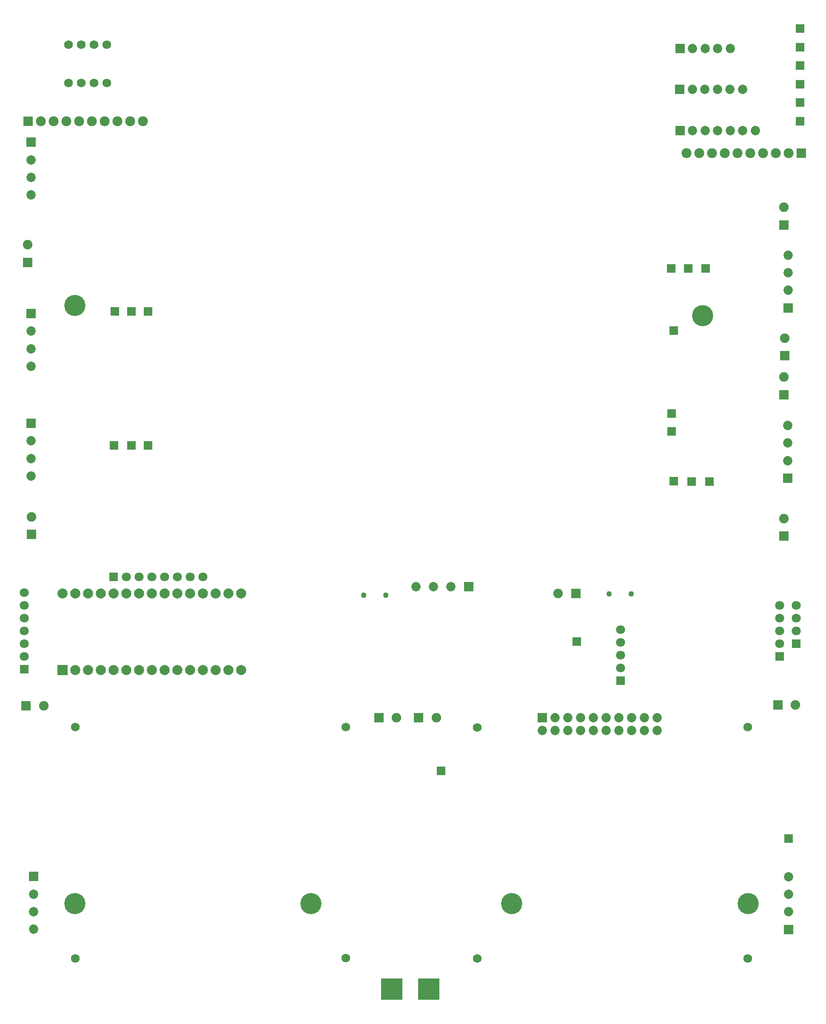
<source format=gbr>
%TF.GenerationSoftware,Altium Limited,Altium NEXUS,2.1.5 (53)*%
G04 Layer_Color=16711935*
%FSLAX44Y44*%
%MOMM*%
%TF.FileFunction,Soldermask,Bot*%
%TF.Part,Single*%
G01*
G75*
%TA.AperFunction,WasherPad*%
%ADD125C,4.2032*%
%TA.AperFunction,ComponentPad*%
%ADD126C,1.7272*%
%ADD127R,2.0032X2.0032*%
%ADD128C,2.0032*%
%ADD129R,1.8532X1.8532*%
%ADD130C,1.8532*%
%ADD131R,1.8032X1.8032*%
%ADD132R,1.8532X1.8532*%
%ADD133R,1.8032X1.8032*%
%ADD134R,1.9032X1.9032*%
%ADD135C,1.9032*%
%ADD136R,1.9032X1.9032*%
%ADD137C,1.1032*%
%ADD138C,1.8032*%
%ADD139R,1.9812X1.9812*%
%ADD140C,1.9812*%
%ADD141R,4.2032X4.2032*%
D125*
X1380000Y1400000D02*
D03*
X130000Y1420000D02*
D03*
X1000000Y230000D02*
D03*
X600000D02*
D03*
X130000D02*
D03*
X1470000D02*
D03*
D126*
X669290Y581406D02*
D03*
Y121666D02*
D03*
X130810Y581406D02*
D03*
Y120396D02*
D03*
X117602Y1863090D02*
D03*
X143002D02*
D03*
X168402D02*
D03*
X193802D02*
D03*
X117602Y1939290D02*
D03*
X143002D02*
D03*
X168402D02*
D03*
X193802D02*
D03*
X1469240Y581140D02*
D03*
Y120130D02*
D03*
X930760Y579870D02*
D03*
Y120130D02*
D03*
D127*
X105410Y694690D02*
D03*
D128*
X130810D02*
D03*
X156210D02*
D03*
X181610D02*
D03*
X207010D02*
D03*
X232410D02*
D03*
X257810D02*
D03*
X283210D02*
D03*
X308610D02*
D03*
X334010D02*
D03*
X359410D02*
D03*
X384810D02*
D03*
X410210D02*
D03*
X435610D02*
D03*
X461010D02*
D03*
Y847090D02*
D03*
X435610D02*
D03*
X410210D02*
D03*
X384810D02*
D03*
X359410D02*
D03*
X334010D02*
D03*
X308610D02*
D03*
X283210D02*
D03*
X257810D02*
D03*
X232410D02*
D03*
X207010D02*
D03*
X181610D02*
D03*
X156210D02*
D03*
X130810D02*
D03*
X105410D02*
D03*
D129*
X913814Y860552D02*
D03*
X1334700Y1931670D02*
D03*
X1334300Y1850390D02*
D03*
X1334700Y1767840D02*
D03*
D130*
X878814Y860552D02*
D03*
X843814D02*
D03*
X808814D02*
D03*
X1060450Y574040D02*
D03*
X1085850Y599440D02*
D03*
Y574040D02*
D03*
X1111250Y599440D02*
D03*
Y574040D02*
D03*
X1136650Y599440D02*
D03*
Y574040D02*
D03*
X1162050Y599440D02*
D03*
Y574040D02*
D03*
X1187450Y599440D02*
D03*
Y574040D02*
D03*
X1212850Y599440D02*
D03*
Y574040D02*
D03*
X1238250Y599440D02*
D03*
Y574040D02*
D03*
X1263650Y599440D02*
D03*
Y574040D02*
D03*
X1289050Y599440D02*
D03*
Y574040D02*
D03*
X1550670Y283360D02*
D03*
Y248360D02*
D03*
Y213360D02*
D03*
X48260Y178640D02*
D03*
Y213640D02*
D03*
Y248640D02*
D03*
X43180Y1299060D02*
D03*
Y1334060D02*
D03*
Y1369060D02*
D03*
X1550000Y1520340D02*
D03*
Y1485340D02*
D03*
Y1450340D02*
D03*
X1549400Y1181530D02*
D03*
Y1146530D02*
D03*
Y1111530D02*
D03*
X43180Y1640130D02*
D03*
Y1675130D02*
D03*
Y1710130D02*
D03*
Y1080620D02*
D03*
Y1115620D02*
D03*
Y1150620D02*
D03*
X1434700Y1931670D02*
D03*
X1409700D02*
D03*
X1384700D02*
D03*
X1359700D02*
D03*
X1359300Y1850390D02*
D03*
X1384300D02*
D03*
X1409300D02*
D03*
X1434300D02*
D03*
X1459300D02*
D03*
X1359700Y1767840D02*
D03*
X1384700D02*
D03*
X1409700D02*
D03*
X1434700D02*
D03*
X1459700D02*
D03*
X1484700D02*
D03*
D131*
X1129030Y751332D02*
D03*
X1393190Y1069340D02*
D03*
X1357630D02*
D03*
X1322070Y1070610D02*
D03*
X1385570Y1493520D02*
D03*
X1351280D02*
D03*
X1316990D02*
D03*
X1573530Y1860550D02*
D03*
Y1786890D02*
D03*
Y1823720D02*
D03*
Y1897380D02*
D03*
Y1934210D02*
D03*
Y1971040D02*
D03*
X209550Y1408430D02*
D03*
X242570D02*
D03*
X275590D02*
D03*
X208280Y1141730D02*
D03*
X242570D02*
D03*
X858774Y493776D02*
D03*
X275590Y1141730D02*
D03*
X1550670Y359664D02*
D03*
X207010Y880110D02*
D03*
D132*
X1060450Y599440D02*
D03*
X1550670Y178360D02*
D03*
X48260Y283640D02*
D03*
X43180Y1404060D02*
D03*
X1550000Y1415340D02*
D03*
X1549400Y1076530D02*
D03*
X43180Y1745130D02*
D03*
Y1185620D02*
D03*
D133*
X1318260Y1205230D02*
D03*
Y1169670D02*
D03*
X1322070Y1370330D02*
D03*
X29210Y695960D02*
D03*
X1216660Y673100D02*
D03*
X1532890Y721360D02*
D03*
X1566418Y746760D02*
D03*
D134*
X1127200Y847090D02*
D03*
X1529640Y624840D02*
D03*
X814578Y599694D02*
D03*
X33020Y623824D02*
D03*
X735382Y599694D02*
D03*
D135*
X1092200Y847090D02*
D03*
X1543050Y1355090D02*
D03*
X1541780Y996390D02*
D03*
X1564640Y624840D02*
D03*
X849578Y599694D02*
D03*
X68020Y623824D02*
D03*
X770382Y599694D02*
D03*
X1541780Y1277620D02*
D03*
X35814Y1541018D02*
D03*
X1541272Y1615440D02*
D03*
X43434Y999236D02*
D03*
D136*
X1543050Y1320090D02*
D03*
X1541780Y961390D02*
D03*
Y1242620D02*
D03*
X35814Y1506018D02*
D03*
X1541272Y1580440D02*
D03*
X43434Y964236D02*
D03*
D137*
X704792Y843534D02*
D03*
X748792D02*
D03*
X1193800Y845820D02*
D03*
X1237800D02*
D03*
D138*
X384810Y880110D02*
D03*
X359410D02*
D03*
X334010D02*
D03*
X308610D02*
D03*
X283210D02*
D03*
X257810D02*
D03*
X232410D02*
D03*
X29210Y848360D02*
D03*
Y822960D02*
D03*
Y797560D02*
D03*
Y772160D02*
D03*
Y721360D02*
D03*
Y746760D02*
D03*
X1216660Y698500D02*
D03*
Y723900D02*
D03*
Y749300D02*
D03*
Y774700D02*
D03*
X1532890Y746760D02*
D03*
Y772160D02*
D03*
Y797560D02*
D03*
Y822960D02*
D03*
X1566418D02*
D03*
Y797560D02*
D03*
Y772160D02*
D03*
D139*
X36830Y1786890D02*
D03*
X1576070Y1723390D02*
D03*
D140*
X62230Y1786890D02*
D03*
X87630D02*
D03*
X113030D02*
D03*
X138430D02*
D03*
X163830D02*
D03*
X189230D02*
D03*
X214630D02*
D03*
X240030D02*
D03*
X265430D02*
D03*
X1550670Y1723390D02*
D03*
X1525270D02*
D03*
X1499870D02*
D03*
X1474470D02*
D03*
X1449070D02*
D03*
X1423670D02*
D03*
X1398270D02*
D03*
X1372870D02*
D03*
X1347470D02*
D03*
D141*
X834390Y59690D02*
D03*
X760730D02*
D03*
%TF.MD5,63f375444d6d42758381ab6002bc6f2f*%
M02*

</source>
